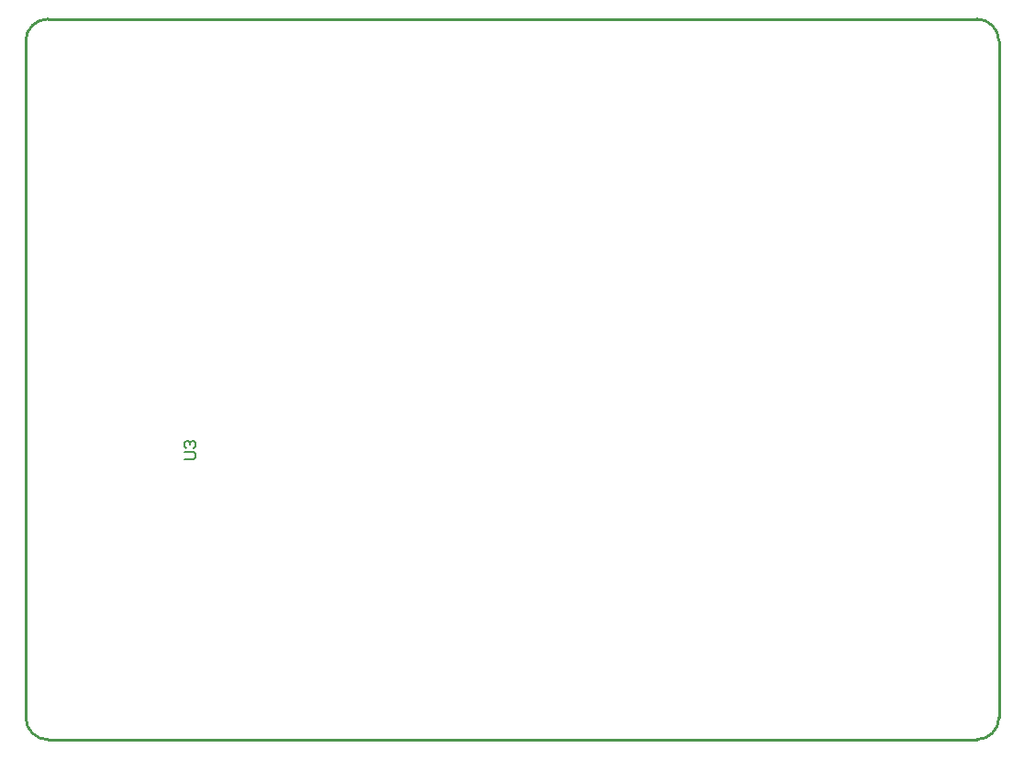
<source format=gm1>
G04*
G04 #@! TF.GenerationSoftware,Altium Limited,Altium Designer,22.1.2 (22)*
G04*
G04 Layer_Color=16711935*
%FSLAX25Y25*%
%MOIN*%
G70*
G04*
G04 #@! TF.SameCoordinates,E16E6B7E-0D5A-4F64-8BAA-C1CDB9B7C18E*
G04*
G04*
G04 #@! TF.FilePolarity,Positive*
G04*
G01*
G75*
%ADD14C,0.01000*%
%ADD50C,0.00600*%
D14*
X350806Y252108D02*
G03*
X342806Y260108I-8000J0D01*
G01*
Y-1892D02*
G03*
X350806Y6108I0J8000D01*
G01*
X5306Y260108D02*
G03*
X-2694Y252108I0J-8000D01*
G01*
Y6108D02*
G03*
X5306Y-1892I8000J0D01*
G01*
X342806D01*
X5306Y260108D02*
X342806D01*
X350806Y6108D02*
Y252108D01*
X-2694Y6108D02*
Y252108D01*
D50*
X54807Y100108D02*
X58139D01*
X58806Y100775D01*
Y102107D01*
X58139Y102774D01*
X54807D01*
X55473Y104107D02*
X54807Y104773D01*
Y106106D01*
X55473Y106772D01*
X56140D01*
X56806Y106106D01*
Y105440D01*
Y106106D01*
X57473Y106772D01*
X58139D01*
X58806Y106106D01*
Y104773D01*
X58139Y104107D01*
M02*

</source>
